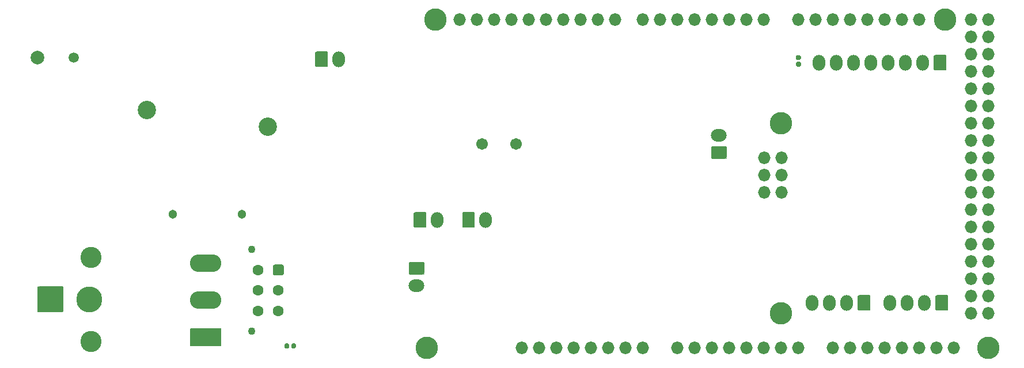
<source format=gbr>
G04 #@! TF.GenerationSoftware,KiCad,Pcbnew,(5.1.10)-1*
G04 #@! TF.CreationDate,2021-06-08T20:52:53+03:00*
G04 #@! TF.ProjectId,ScienceBoard-1,53636965-6e63-4654-926f-6172642d312e,rev?*
G04 #@! TF.SameCoordinates,Original*
G04 #@! TF.FileFunction,Soldermask,Bot*
G04 #@! TF.FilePolarity,Negative*
%FSLAX46Y46*%
G04 Gerber Fmt 4.6, Leading zero omitted, Abs format (unit mm)*
G04 Created by KiCad (PCBNEW (5.1.10)-1) date 2021-06-08 20:52:53*
%MOMM*%
%LPD*%
G01*
G04 APERTURE LIST*
%ADD10C,1.502000*%
%ADD11C,2.002000*%
%ADD12C,1.602000*%
%ADD13C,1.102000*%
%ADD14C,3.102000*%
%ADD15C,3.802000*%
%ADD16O,1.829200X1.829200*%
%ADD17C,3.302000*%
%ADD18O,1.842000X2.302000*%
%ADD19O,2.302000X1.842000*%
%ADD20O,4.602000X2.602000*%
%ADD21C,1.302000*%
%ADD22C,2.702000*%
%ADD23C,1.702000*%
%ADD24C,0.100000*%
G04 APERTURE END LIST*
D10*
X61398000Y-49530000D03*
D11*
X55998000Y-49530000D03*
D12*
X88440000Y-86772000D03*
X88440000Y-83772000D03*
X88440000Y-80772000D03*
X91440000Y-86772000D03*
X91440000Y-83772000D03*
G36*
G01*
X90906000Y-79971000D02*
X91974000Y-79971000D01*
G75*
G02*
X92241000Y-80238000I0J-267000D01*
G01*
X92241000Y-81306000D01*
G75*
G02*
X91974000Y-81573000I-267000J0D01*
G01*
X90906000Y-81573000D01*
G75*
G02*
X90639000Y-81306000I0J267000D01*
G01*
X90639000Y-80238000D01*
G75*
G02*
X90906000Y-79971000I267000J0D01*
G01*
G37*
D13*
X87500000Y-89772000D03*
X87500000Y-77772000D03*
D14*
X63937000Y-78920000D03*
X63937000Y-91260000D03*
D15*
X63612000Y-85090000D03*
G36*
G01*
X59556109Y-86991000D02*
X56267891Y-86991000D01*
G75*
G02*
X56011000Y-86734109I0J256891D01*
G01*
X56011000Y-83445891D01*
G75*
G02*
X56267891Y-83189000I256891J0D01*
G01*
X59556109Y-83189000D01*
G75*
G02*
X59813000Y-83445891I0J-256891D01*
G01*
X59813000Y-86734109D01*
G75*
G02*
X59556109Y-86991000I-256891J0D01*
G01*
G37*
G36*
G01*
X168092000Y-49899000D02*
X167696000Y-49899000D01*
G75*
G02*
X167523000Y-49726000I0J173000D01*
G01*
X167523000Y-49380000D01*
G75*
G02*
X167696000Y-49207000I173000J0D01*
G01*
X168092000Y-49207000D01*
G75*
G02*
X168265000Y-49380000I0J-173000D01*
G01*
X168265000Y-49726000D01*
G75*
G02*
X168092000Y-49899000I-173000J0D01*
G01*
G37*
G36*
G01*
X168092000Y-50869000D02*
X167696000Y-50869000D01*
G75*
G02*
X167523000Y-50696000I0J173000D01*
G01*
X167523000Y-50350000D01*
G75*
G02*
X167696000Y-50177000I173000J0D01*
G01*
X168092000Y-50177000D01*
G75*
G02*
X168265000Y-50350000I0J-173000D01*
G01*
X168265000Y-50696000D01*
G75*
G02*
X168092000Y-50869000I-173000J0D01*
G01*
G37*
D16*
X162912000Y-64300000D03*
X195805000Y-87160000D03*
X193265000Y-87160000D03*
X195805000Y-84620000D03*
X193265000Y-84620000D03*
X195805000Y-82080000D03*
X193265000Y-82080000D03*
X195805000Y-79540000D03*
X193265000Y-79540000D03*
X195805000Y-77000000D03*
X193265000Y-77000000D03*
X195805000Y-74460000D03*
X193265000Y-74460000D03*
X195805000Y-71920000D03*
X193265000Y-71920000D03*
X195805000Y-69380000D03*
X193265000Y-69380000D03*
X195805000Y-66840000D03*
X193265000Y-66840000D03*
X195805000Y-64300000D03*
X193265000Y-64300000D03*
X195805000Y-61760000D03*
X193265000Y-61760000D03*
X195805000Y-59220000D03*
X193265000Y-59220000D03*
X195805000Y-56680000D03*
X193265000Y-56680000D03*
X195805000Y-54140000D03*
X193265000Y-54140000D03*
X195805000Y-51600000D03*
X193265000Y-51600000D03*
X195805000Y-49060000D03*
X193265000Y-49060000D03*
X195805000Y-46520000D03*
X193265000Y-46520000D03*
X195805000Y-43980000D03*
X193265000Y-43980000D03*
X190725000Y-92240000D03*
X188185000Y-92240000D03*
X185645000Y-92240000D03*
X183105000Y-92240000D03*
X180565000Y-92240000D03*
X178025000Y-92240000D03*
X175485000Y-92240000D03*
X172945000Y-92240000D03*
X167865000Y-92240000D03*
X165325000Y-92240000D03*
X162785000Y-92240000D03*
X160245000Y-92240000D03*
X157705000Y-92240000D03*
X155165000Y-92240000D03*
X152625000Y-92240000D03*
X127225000Y-92240000D03*
X133321000Y-43980000D03*
X130781000Y-43980000D03*
X128241000Y-43980000D03*
X123161000Y-43980000D03*
X120621000Y-43980000D03*
X118081000Y-43980000D03*
D17*
X113255000Y-92240000D03*
X195805000Y-92240000D03*
X114525000Y-43980000D03*
X189455000Y-43980000D03*
X165325000Y-59220000D03*
X165325000Y-87160000D03*
D16*
X135861000Y-43980000D03*
X138401000Y-43980000D03*
X140941000Y-43980000D03*
X125701000Y-43980000D03*
X145005000Y-43980000D03*
X147545000Y-43980000D03*
X150085000Y-43980000D03*
X152625000Y-43980000D03*
X155165000Y-43980000D03*
X157705000Y-43980000D03*
X160245000Y-43980000D03*
X162785000Y-43980000D03*
X167865000Y-43980000D03*
X170405000Y-43980000D03*
X172945000Y-43980000D03*
X175485000Y-43980000D03*
X178025000Y-43980000D03*
X180565000Y-43980000D03*
X183105000Y-43980000D03*
X185645000Y-43980000D03*
X129765000Y-92240000D03*
X132305000Y-92240000D03*
X134845000Y-92240000D03*
X137385000Y-92240000D03*
X139925000Y-92240000D03*
X142465000Y-92240000D03*
X145005000Y-92240000D03*
X150085000Y-92240000D03*
X165452000Y-64300000D03*
X162912000Y-66840000D03*
X165452000Y-66840000D03*
X165452000Y-69380000D03*
X162912000Y-69380000D03*
D18*
X121938000Y-73406000D03*
G36*
G01*
X118477000Y-74292346D02*
X118477000Y-72519654D01*
G75*
G02*
X118741654Y-72255000I264654J0D01*
G01*
X120054346Y-72255000D01*
G75*
G02*
X120319000Y-72519654I0J-264654D01*
G01*
X120319000Y-74292346D01*
G75*
G02*
X120054346Y-74557000I-264654J0D01*
G01*
X118741654Y-74557000D01*
G75*
G02*
X118477000Y-74292346I0J264654D01*
G01*
G37*
X114808000Y-73406000D03*
G36*
G01*
X111347000Y-74292346D02*
X111347000Y-72519654D01*
G75*
G02*
X111611654Y-72255000I264654J0D01*
G01*
X112924346Y-72255000D01*
G75*
G02*
X113189000Y-72519654I0J-264654D01*
G01*
X113189000Y-74292346D01*
G75*
G02*
X112924346Y-74557000I-264654J0D01*
G01*
X111611654Y-74557000D01*
G75*
G02*
X111347000Y-74292346I0J264654D01*
G01*
G37*
D19*
X111760000Y-83058000D03*
G36*
G01*
X110873654Y-79597000D02*
X112646346Y-79597000D01*
G75*
G02*
X112911000Y-79861654I0J-264654D01*
G01*
X112911000Y-81174346D01*
G75*
G02*
X112646346Y-81439000I-264654J0D01*
G01*
X110873654Y-81439000D01*
G75*
G02*
X110609000Y-81174346I0J264654D01*
G01*
X110609000Y-79861654D01*
G75*
G02*
X110873654Y-79597000I264654J0D01*
G01*
G37*
G36*
G01*
X94026000Y-91750000D02*
X94026000Y-92146000D01*
G75*
G02*
X93853000Y-92319000I-173000J0D01*
G01*
X93507000Y-92319000D01*
G75*
G02*
X93334000Y-92146000I0J173000D01*
G01*
X93334000Y-91750000D01*
G75*
G02*
X93507000Y-91577000I173000J0D01*
G01*
X93853000Y-91577000D01*
G75*
G02*
X94026000Y-91750000I0J-173000D01*
G01*
G37*
G36*
G01*
X93056000Y-91750000D02*
X93056000Y-92146000D01*
G75*
G02*
X92883000Y-92319000I-173000J0D01*
G01*
X92537000Y-92319000D01*
G75*
G02*
X92364000Y-92146000I0J173000D01*
G01*
X92364000Y-91750000D01*
G75*
G02*
X92537000Y-91577000I173000J0D01*
G01*
X92883000Y-91577000D01*
G75*
G02*
X93056000Y-91750000I0J-173000D01*
G01*
G37*
D18*
X100330000Y-49784000D03*
G36*
G01*
X96869000Y-50670346D02*
X96869000Y-48897654D01*
G75*
G02*
X97133654Y-48633000I264654J0D01*
G01*
X98446346Y-48633000D01*
G75*
G02*
X98711000Y-48897654I0J-264654D01*
G01*
X98711000Y-50670346D01*
G75*
G02*
X98446346Y-50935000I-264654J0D01*
G01*
X97133654Y-50935000D01*
G75*
G02*
X96869000Y-50670346I0J264654D01*
G01*
G37*
D20*
X80772000Y-79778000D03*
X80772000Y-85228000D03*
G36*
G01*
X83022000Y-91979000D02*
X78522000Y-91979000D01*
G75*
G02*
X78471000Y-91928000I0J51000D01*
G01*
X78471000Y-89428000D01*
G75*
G02*
X78522000Y-89377000I51000J0D01*
G01*
X83022000Y-89377000D01*
G75*
G02*
X83073000Y-89428000I0J-51000D01*
G01*
X83073000Y-91928000D01*
G75*
G02*
X83022000Y-91979000I-51000J0D01*
G01*
G37*
D21*
X75896000Y-72542000D03*
D22*
X89896000Y-59742000D03*
X72096000Y-57242000D03*
D21*
X86096000Y-72542000D03*
D19*
X156210000Y-60960000D03*
G36*
G01*
X157096346Y-64421000D02*
X155323654Y-64421000D01*
G75*
G02*
X155059000Y-64156346I0J264654D01*
G01*
X155059000Y-62843654D01*
G75*
G02*
X155323654Y-62579000I264654J0D01*
G01*
X157096346Y-62579000D01*
G75*
G02*
X157361000Y-62843654I0J-264654D01*
G01*
X157361000Y-64156346D01*
G75*
G02*
X157096346Y-64421000I-264654J0D01*
G01*
G37*
D18*
X181356000Y-85598000D03*
X183896000Y-85598000D03*
X186436000Y-85598000D03*
G36*
G01*
X189897000Y-84711654D02*
X189897000Y-86484346D01*
G75*
G02*
X189632346Y-86749000I-264654J0D01*
G01*
X188319654Y-86749000D01*
G75*
G02*
X188055000Y-86484346I0J264654D01*
G01*
X188055000Y-84711654D01*
G75*
G02*
X188319654Y-84447000I264654J0D01*
G01*
X189632346Y-84447000D01*
G75*
G02*
X189897000Y-84711654I0J-264654D01*
G01*
G37*
X169926000Y-85598000D03*
X172466000Y-85598000D03*
X175006000Y-85598000D03*
G36*
G01*
X178467000Y-84711654D02*
X178467000Y-86484346D01*
G75*
G02*
X178202346Y-86749000I-264654J0D01*
G01*
X176889654Y-86749000D01*
G75*
G02*
X176625000Y-86484346I0J264654D01*
G01*
X176625000Y-84711654D01*
G75*
G02*
X176889654Y-84447000I264654J0D01*
G01*
X178202346Y-84447000D01*
G75*
G02*
X178467000Y-84711654I0J-264654D01*
G01*
G37*
X170942000Y-50292000D03*
X173482000Y-50292000D03*
X176022000Y-50292000D03*
X178562000Y-50292000D03*
X181102000Y-50292000D03*
X183642000Y-50292000D03*
X186182000Y-50292000D03*
G36*
G01*
X189643000Y-49405654D02*
X189643000Y-51178346D01*
G75*
G02*
X189378346Y-51443000I-264654J0D01*
G01*
X188065654Y-51443000D01*
G75*
G02*
X187801000Y-51178346I0J264654D01*
G01*
X187801000Y-49405654D01*
G75*
G02*
X188065654Y-49141000I264654J0D01*
G01*
X189378346Y-49141000D01*
G75*
G02*
X189643000Y-49405654I0J-264654D01*
G01*
G37*
D23*
X126412000Y-62230000D03*
X121412000Y-62230000D03*
D24*
G36*
X59814165Y-86732483D02*
G01*
X59815000Y-86734109D01*
X59815000Y-86836075D01*
X59814990Y-86836271D01*
X59811538Y-86871322D01*
X59811462Y-86871707D01*
X59803031Y-86899501D01*
X59802881Y-86899863D01*
X59789186Y-86925484D01*
X59788968Y-86925810D01*
X59770541Y-86948264D01*
X59770264Y-86948541D01*
X59747810Y-86966968D01*
X59747484Y-86967186D01*
X59721863Y-86980881D01*
X59721501Y-86981031D01*
X59693707Y-86989462D01*
X59693322Y-86989538D01*
X59658271Y-86992990D01*
X59658075Y-86993000D01*
X59556109Y-86993000D01*
X59554377Y-86992000D01*
X59554377Y-86990000D01*
X59555913Y-86989010D01*
X59605831Y-86984094D01*
X59653648Y-86969588D01*
X59697714Y-86946035D01*
X59736337Y-86914337D01*
X59768035Y-86875714D01*
X59791588Y-86831648D01*
X59806094Y-86783831D01*
X59811010Y-86733913D01*
X59812175Y-86732287D01*
X59814165Y-86732483D01*
G37*
G36*
X56012990Y-86733913D02*
G01*
X56017906Y-86783831D01*
X56032412Y-86831648D01*
X56055965Y-86875714D01*
X56087663Y-86914337D01*
X56126286Y-86946035D01*
X56170352Y-86969588D01*
X56218169Y-86984094D01*
X56268087Y-86989010D01*
X56269713Y-86990175D01*
X56269517Y-86992165D01*
X56267891Y-86993000D01*
X56165925Y-86993000D01*
X56165729Y-86992990D01*
X56130678Y-86989538D01*
X56130293Y-86989462D01*
X56102499Y-86981031D01*
X56102137Y-86980881D01*
X56076516Y-86967186D01*
X56076190Y-86966968D01*
X56053736Y-86948541D01*
X56053459Y-86948264D01*
X56035032Y-86925810D01*
X56034814Y-86925484D01*
X56021119Y-86899863D01*
X56020969Y-86899501D01*
X56012538Y-86871707D01*
X56012462Y-86871322D01*
X56009010Y-86836271D01*
X56009000Y-86836075D01*
X56009000Y-86734109D01*
X56010000Y-86732377D01*
X56012000Y-86732377D01*
X56012990Y-86733913D01*
G37*
G36*
X188056990Y-86484150D02*
G01*
X188062055Y-86535582D01*
X188077003Y-86584856D01*
X188101273Y-86630264D01*
X188133936Y-86670064D01*
X188173736Y-86702727D01*
X188219144Y-86726997D01*
X188268418Y-86741945D01*
X188319850Y-86747010D01*
X188321476Y-86748175D01*
X188321280Y-86750165D01*
X188319654Y-86751000D01*
X188236712Y-86751000D01*
X188236516Y-86750990D01*
X188196244Y-86747024D01*
X188195859Y-86746948D01*
X188163035Y-86736990D01*
X188162673Y-86736840D01*
X188132425Y-86720672D01*
X188132099Y-86720454D01*
X188105583Y-86698694D01*
X188105306Y-86698417D01*
X188083546Y-86671901D01*
X188083328Y-86671575D01*
X188067160Y-86641327D01*
X188067010Y-86640965D01*
X188057052Y-86608141D01*
X188056976Y-86607756D01*
X188053010Y-86567484D01*
X188053000Y-86567288D01*
X188053000Y-86484346D01*
X188054000Y-86482614D01*
X188056000Y-86482614D01*
X188056990Y-86484150D01*
G37*
G36*
X176626990Y-86484150D02*
G01*
X176632055Y-86535582D01*
X176647003Y-86584856D01*
X176671273Y-86630264D01*
X176703936Y-86670064D01*
X176743736Y-86702727D01*
X176789144Y-86726997D01*
X176838418Y-86741945D01*
X176889850Y-86747010D01*
X176891476Y-86748175D01*
X176891280Y-86750165D01*
X176889654Y-86751000D01*
X176806712Y-86751000D01*
X176806516Y-86750990D01*
X176766244Y-86747024D01*
X176765859Y-86746948D01*
X176733035Y-86736990D01*
X176732673Y-86736840D01*
X176702425Y-86720672D01*
X176702099Y-86720454D01*
X176675583Y-86698694D01*
X176675306Y-86698417D01*
X176653546Y-86671901D01*
X176653328Y-86671575D01*
X176637160Y-86641327D01*
X176637010Y-86640965D01*
X176627052Y-86608141D01*
X176626976Y-86607756D01*
X176623010Y-86567484D01*
X176623000Y-86567288D01*
X176623000Y-86484346D01*
X176624000Y-86482614D01*
X176626000Y-86482614D01*
X176626990Y-86484150D01*
G37*
G36*
X178468165Y-86482720D02*
G01*
X178469000Y-86484346D01*
X178469000Y-86567288D01*
X178468990Y-86567484D01*
X178465024Y-86607756D01*
X178464948Y-86608141D01*
X178454990Y-86640965D01*
X178454840Y-86641327D01*
X178438672Y-86671575D01*
X178438454Y-86671901D01*
X178416694Y-86698417D01*
X178416417Y-86698694D01*
X178389901Y-86720454D01*
X178389575Y-86720672D01*
X178359327Y-86736840D01*
X178358965Y-86736990D01*
X178326141Y-86746948D01*
X178325756Y-86747024D01*
X178285484Y-86750990D01*
X178285288Y-86751000D01*
X178202346Y-86751000D01*
X178200614Y-86750000D01*
X178200614Y-86748000D01*
X178202150Y-86747010D01*
X178253582Y-86741945D01*
X178302856Y-86726997D01*
X178348264Y-86702727D01*
X178388064Y-86670064D01*
X178420727Y-86630264D01*
X178444997Y-86584856D01*
X178459945Y-86535582D01*
X178465010Y-86484150D01*
X178466175Y-86482524D01*
X178468165Y-86482720D01*
G37*
G36*
X189898165Y-86482720D02*
G01*
X189899000Y-86484346D01*
X189899000Y-86567288D01*
X189898990Y-86567484D01*
X189895024Y-86607756D01*
X189894948Y-86608141D01*
X189884990Y-86640965D01*
X189884840Y-86641327D01*
X189868672Y-86671575D01*
X189868454Y-86671901D01*
X189846694Y-86698417D01*
X189846417Y-86698694D01*
X189819901Y-86720454D01*
X189819575Y-86720672D01*
X189789327Y-86736840D01*
X189788965Y-86736990D01*
X189756141Y-86746948D01*
X189755756Y-86747024D01*
X189715484Y-86750990D01*
X189715288Y-86751000D01*
X189632346Y-86751000D01*
X189630614Y-86750000D01*
X189630614Y-86748000D01*
X189632150Y-86747010D01*
X189683582Y-86741945D01*
X189732856Y-86726997D01*
X189778264Y-86702727D01*
X189818064Y-86670064D01*
X189850727Y-86630264D01*
X189874997Y-86584856D01*
X189889945Y-86535582D01*
X189895010Y-86484150D01*
X189896175Y-86482524D01*
X189898165Y-86482720D01*
G37*
G36*
X188321386Y-84446000D02*
G01*
X188321386Y-84448000D01*
X188319850Y-84448990D01*
X188268418Y-84454055D01*
X188219144Y-84469003D01*
X188173736Y-84493273D01*
X188133936Y-84525936D01*
X188101273Y-84565736D01*
X188077003Y-84611144D01*
X188062055Y-84660418D01*
X188056990Y-84711850D01*
X188055825Y-84713476D01*
X188053835Y-84713280D01*
X188053000Y-84711654D01*
X188053000Y-84628712D01*
X188053010Y-84628516D01*
X188056976Y-84588244D01*
X188057052Y-84587859D01*
X188067010Y-84555035D01*
X188067160Y-84554673D01*
X188083328Y-84524425D01*
X188083546Y-84524099D01*
X188105306Y-84497583D01*
X188105583Y-84497306D01*
X188132099Y-84475546D01*
X188132425Y-84475328D01*
X188162673Y-84459160D01*
X188163035Y-84459010D01*
X188195859Y-84449052D01*
X188196244Y-84448976D01*
X188236516Y-84445010D01*
X188236712Y-84445000D01*
X188319654Y-84445000D01*
X188321386Y-84446000D01*
G37*
G36*
X176891386Y-84446000D02*
G01*
X176891386Y-84448000D01*
X176889850Y-84448990D01*
X176838418Y-84454055D01*
X176789144Y-84469003D01*
X176743736Y-84493273D01*
X176703936Y-84525936D01*
X176671273Y-84565736D01*
X176647003Y-84611144D01*
X176632055Y-84660418D01*
X176626990Y-84711850D01*
X176625825Y-84713476D01*
X176623835Y-84713280D01*
X176623000Y-84711654D01*
X176623000Y-84628712D01*
X176623010Y-84628516D01*
X176626976Y-84588244D01*
X176627052Y-84587859D01*
X176637010Y-84555035D01*
X176637160Y-84554673D01*
X176653328Y-84524425D01*
X176653546Y-84524099D01*
X176675306Y-84497583D01*
X176675583Y-84497306D01*
X176702099Y-84475546D01*
X176702425Y-84475328D01*
X176732673Y-84459160D01*
X176733035Y-84459010D01*
X176765859Y-84449052D01*
X176766244Y-84448976D01*
X176806516Y-84445010D01*
X176806712Y-84445000D01*
X176889654Y-84445000D01*
X176891386Y-84446000D01*
G37*
G36*
X189715484Y-84445010D02*
G01*
X189755756Y-84448976D01*
X189756141Y-84449052D01*
X189788965Y-84459010D01*
X189789327Y-84459160D01*
X189819575Y-84475328D01*
X189819901Y-84475546D01*
X189846417Y-84497306D01*
X189846694Y-84497583D01*
X189868454Y-84524099D01*
X189868672Y-84524425D01*
X189884840Y-84554673D01*
X189884990Y-84555035D01*
X189894948Y-84587859D01*
X189895024Y-84588244D01*
X189898990Y-84628516D01*
X189899000Y-84628712D01*
X189899000Y-84711654D01*
X189898000Y-84713386D01*
X189896000Y-84713386D01*
X189895010Y-84711850D01*
X189889945Y-84660418D01*
X189874997Y-84611144D01*
X189850727Y-84565736D01*
X189818064Y-84525936D01*
X189778264Y-84493273D01*
X189732856Y-84469003D01*
X189683582Y-84454055D01*
X189632150Y-84448990D01*
X189630524Y-84447825D01*
X189630720Y-84445835D01*
X189632346Y-84445000D01*
X189715288Y-84445000D01*
X189715484Y-84445010D01*
G37*
G36*
X178285484Y-84445010D02*
G01*
X178325756Y-84448976D01*
X178326141Y-84449052D01*
X178358965Y-84459010D01*
X178359327Y-84459160D01*
X178389575Y-84475328D01*
X178389901Y-84475546D01*
X178416417Y-84497306D01*
X178416694Y-84497583D01*
X178438454Y-84524099D01*
X178438672Y-84524425D01*
X178454840Y-84554673D01*
X178454990Y-84555035D01*
X178464948Y-84587859D01*
X178465024Y-84588244D01*
X178468990Y-84628516D01*
X178469000Y-84628712D01*
X178469000Y-84711654D01*
X178468000Y-84713386D01*
X178466000Y-84713386D01*
X178465010Y-84711850D01*
X178459945Y-84660418D01*
X178444997Y-84611144D01*
X178420727Y-84565736D01*
X178388064Y-84525936D01*
X178348264Y-84493273D01*
X178302856Y-84469003D01*
X178253582Y-84454055D01*
X178202150Y-84448990D01*
X178200524Y-84447825D01*
X178200720Y-84445835D01*
X178202346Y-84445000D01*
X178285288Y-84445000D01*
X178285484Y-84445010D01*
G37*
G36*
X56269623Y-83188000D02*
G01*
X56269623Y-83190000D01*
X56268087Y-83190990D01*
X56218169Y-83195906D01*
X56170352Y-83210412D01*
X56126286Y-83233965D01*
X56087663Y-83265663D01*
X56055965Y-83304286D01*
X56032412Y-83348352D01*
X56017906Y-83396169D01*
X56012990Y-83446087D01*
X56011825Y-83447713D01*
X56009835Y-83447517D01*
X56009000Y-83445891D01*
X56009000Y-83343925D01*
X56009010Y-83343729D01*
X56012462Y-83308678D01*
X56012538Y-83308293D01*
X56020969Y-83280499D01*
X56021119Y-83280137D01*
X56034814Y-83254516D01*
X56035032Y-83254190D01*
X56053459Y-83231736D01*
X56053736Y-83231459D01*
X56076190Y-83213032D01*
X56076516Y-83212814D01*
X56102137Y-83199119D01*
X56102499Y-83198969D01*
X56130293Y-83190538D01*
X56130678Y-83190462D01*
X56165729Y-83187010D01*
X56165925Y-83187000D01*
X56267891Y-83187000D01*
X56269623Y-83188000D01*
G37*
G36*
X59658271Y-83187010D02*
G01*
X59693322Y-83190462D01*
X59693707Y-83190538D01*
X59721501Y-83198969D01*
X59721863Y-83199119D01*
X59747484Y-83212814D01*
X59747810Y-83213032D01*
X59770264Y-83231459D01*
X59770541Y-83231736D01*
X59788968Y-83254190D01*
X59789186Y-83254516D01*
X59802881Y-83280137D01*
X59803031Y-83280499D01*
X59811462Y-83308293D01*
X59811538Y-83308678D01*
X59814990Y-83343729D01*
X59815000Y-83343925D01*
X59815000Y-83445891D01*
X59814000Y-83447623D01*
X59812000Y-83447623D01*
X59811010Y-83446087D01*
X59806094Y-83396169D01*
X59791588Y-83348352D01*
X59768035Y-83304286D01*
X59736337Y-83265663D01*
X59697714Y-83233965D01*
X59653648Y-83210412D01*
X59605831Y-83195906D01*
X59555913Y-83190990D01*
X59554287Y-83189825D01*
X59554483Y-83187835D01*
X59556109Y-83187000D01*
X59658075Y-83187000D01*
X59658271Y-83187010D01*
G37*
G36*
X112912165Y-81172720D02*
G01*
X112913000Y-81174346D01*
X112913000Y-81257288D01*
X112912990Y-81257484D01*
X112909024Y-81297756D01*
X112908948Y-81298141D01*
X112898990Y-81330965D01*
X112898840Y-81331327D01*
X112882672Y-81361575D01*
X112882454Y-81361901D01*
X112860694Y-81388417D01*
X112860417Y-81388694D01*
X112833901Y-81410454D01*
X112833575Y-81410672D01*
X112803327Y-81426840D01*
X112802965Y-81426990D01*
X112770141Y-81436948D01*
X112769756Y-81437024D01*
X112729484Y-81440990D01*
X112729288Y-81441000D01*
X112646346Y-81441000D01*
X112644614Y-81440000D01*
X112644614Y-81438000D01*
X112646150Y-81437010D01*
X112697582Y-81431945D01*
X112746856Y-81416997D01*
X112792264Y-81392727D01*
X112832064Y-81360064D01*
X112864727Y-81320264D01*
X112888997Y-81274856D01*
X112903945Y-81225582D01*
X112909010Y-81174150D01*
X112910175Y-81172524D01*
X112912165Y-81172720D01*
G37*
G36*
X110610990Y-81174150D02*
G01*
X110616055Y-81225582D01*
X110631003Y-81274856D01*
X110655273Y-81320264D01*
X110687936Y-81360064D01*
X110727736Y-81392727D01*
X110773144Y-81416997D01*
X110822418Y-81431945D01*
X110873850Y-81437010D01*
X110875476Y-81438175D01*
X110875280Y-81440165D01*
X110873654Y-81441000D01*
X110790712Y-81441000D01*
X110790516Y-81440990D01*
X110750244Y-81437024D01*
X110749859Y-81436948D01*
X110717035Y-81426990D01*
X110716673Y-81426840D01*
X110686425Y-81410672D01*
X110686099Y-81410454D01*
X110659583Y-81388694D01*
X110659306Y-81388417D01*
X110637546Y-81361901D01*
X110637328Y-81361575D01*
X110621160Y-81331327D01*
X110621010Y-81330965D01*
X110611052Y-81298141D01*
X110610976Y-81297756D01*
X110607010Y-81257484D01*
X110607000Y-81257288D01*
X110607000Y-81174346D01*
X110608000Y-81172614D01*
X110610000Y-81172614D01*
X110610990Y-81174150D01*
G37*
G36*
X110875386Y-79596000D02*
G01*
X110875386Y-79598000D01*
X110873850Y-79598990D01*
X110822418Y-79604055D01*
X110773144Y-79619003D01*
X110727736Y-79643273D01*
X110687936Y-79675936D01*
X110655273Y-79715736D01*
X110631003Y-79761144D01*
X110616055Y-79810418D01*
X110610990Y-79861850D01*
X110609825Y-79863476D01*
X110607835Y-79863280D01*
X110607000Y-79861654D01*
X110607000Y-79778712D01*
X110607010Y-79778516D01*
X110610976Y-79738244D01*
X110611052Y-79737859D01*
X110621010Y-79705035D01*
X110621160Y-79704673D01*
X110637328Y-79674425D01*
X110637546Y-79674099D01*
X110659306Y-79647583D01*
X110659583Y-79647306D01*
X110686099Y-79625546D01*
X110686425Y-79625328D01*
X110716673Y-79609160D01*
X110717035Y-79609010D01*
X110749859Y-79599052D01*
X110750244Y-79598976D01*
X110790516Y-79595010D01*
X110790712Y-79595000D01*
X110873654Y-79595000D01*
X110875386Y-79596000D01*
G37*
G36*
X112729484Y-79595010D02*
G01*
X112769756Y-79598976D01*
X112770141Y-79599052D01*
X112802965Y-79609010D01*
X112803327Y-79609160D01*
X112833575Y-79625328D01*
X112833901Y-79625546D01*
X112860417Y-79647306D01*
X112860694Y-79647583D01*
X112882454Y-79674099D01*
X112882672Y-79674425D01*
X112898840Y-79704673D01*
X112898990Y-79705035D01*
X112908948Y-79737859D01*
X112909024Y-79738244D01*
X112912990Y-79778516D01*
X112913000Y-79778712D01*
X112913000Y-79861654D01*
X112912000Y-79863386D01*
X112910000Y-79863386D01*
X112909010Y-79861850D01*
X112903945Y-79810418D01*
X112888997Y-79761144D01*
X112864727Y-79715736D01*
X112832064Y-79675936D01*
X112792264Y-79643273D01*
X112746856Y-79619003D01*
X112697582Y-79604055D01*
X112646150Y-79598990D01*
X112644524Y-79597825D01*
X112644720Y-79595835D01*
X112646346Y-79595000D01*
X112729288Y-79595000D01*
X112729484Y-79595010D01*
G37*
G36*
X120320165Y-74290720D02*
G01*
X120321000Y-74292346D01*
X120321000Y-74375288D01*
X120320990Y-74375484D01*
X120317024Y-74415756D01*
X120316948Y-74416141D01*
X120306990Y-74448965D01*
X120306840Y-74449327D01*
X120290672Y-74479575D01*
X120290454Y-74479901D01*
X120268694Y-74506417D01*
X120268417Y-74506694D01*
X120241901Y-74528454D01*
X120241575Y-74528672D01*
X120211327Y-74544840D01*
X120210965Y-74544990D01*
X120178141Y-74554948D01*
X120177756Y-74555024D01*
X120137484Y-74558990D01*
X120137288Y-74559000D01*
X120054346Y-74559000D01*
X120052614Y-74558000D01*
X120052614Y-74556000D01*
X120054150Y-74555010D01*
X120105582Y-74549945D01*
X120154856Y-74534997D01*
X120200264Y-74510727D01*
X120240064Y-74478064D01*
X120272727Y-74438264D01*
X120296997Y-74392856D01*
X120311945Y-74343582D01*
X120317010Y-74292150D01*
X120318175Y-74290524D01*
X120320165Y-74290720D01*
G37*
G36*
X113190165Y-74290720D02*
G01*
X113191000Y-74292346D01*
X113191000Y-74375288D01*
X113190990Y-74375484D01*
X113187024Y-74415756D01*
X113186948Y-74416141D01*
X113176990Y-74448965D01*
X113176840Y-74449327D01*
X113160672Y-74479575D01*
X113160454Y-74479901D01*
X113138694Y-74506417D01*
X113138417Y-74506694D01*
X113111901Y-74528454D01*
X113111575Y-74528672D01*
X113081327Y-74544840D01*
X113080965Y-74544990D01*
X113048141Y-74554948D01*
X113047756Y-74555024D01*
X113007484Y-74558990D01*
X113007288Y-74559000D01*
X112924346Y-74559000D01*
X112922614Y-74558000D01*
X112922614Y-74556000D01*
X112924150Y-74555010D01*
X112975582Y-74549945D01*
X113024856Y-74534997D01*
X113070264Y-74510727D01*
X113110064Y-74478064D01*
X113142727Y-74438264D01*
X113166997Y-74392856D01*
X113181945Y-74343582D01*
X113187010Y-74292150D01*
X113188175Y-74290524D01*
X113190165Y-74290720D01*
G37*
G36*
X118478990Y-74292150D02*
G01*
X118484055Y-74343582D01*
X118499003Y-74392856D01*
X118523273Y-74438264D01*
X118555936Y-74478064D01*
X118595736Y-74510727D01*
X118641144Y-74534997D01*
X118690418Y-74549945D01*
X118741850Y-74555010D01*
X118743476Y-74556175D01*
X118743280Y-74558165D01*
X118741654Y-74559000D01*
X118658712Y-74559000D01*
X118658516Y-74558990D01*
X118618244Y-74555024D01*
X118617859Y-74554948D01*
X118585035Y-74544990D01*
X118584673Y-74544840D01*
X118554425Y-74528672D01*
X118554099Y-74528454D01*
X118527583Y-74506694D01*
X118527306Y-74506417D01*
X118505546Y-74479901D01*
X118505328Y-74479575D01*
X118489160Y-74449327D01*
X118489010Y-74448965D01*
X118479052Y-74416141D01*
X118478976Y-74415756D01*
X118475010Y-74375484D01*
X118475000Y-74375288D01*
X118475000Y-74292346D01*
X118476000Y-74290614D01*
X118478000Y-74290614D01*
X118478990Y-74292150D01*
G37*
G36*
X111348990Y-74292150D02*
G01*
X111354055Y-74343582D01*
X111369003Y-74392856D01*
X111393273Y-74438264D01*
X111425936Y-74478064D01*
X111465736Y-74510727D01*
X111511144Y-74534997D01*
X111560418Y-74549945D01*
X111611850Y-74555010D01*
X111613476Y-74556175D01*
X111613280Y-74558165D01*
X111611654Y-74559000D01*
X111528712Y-74559000D01*
X111528516Y-74558990D01*
X111488244Y-74555024D01*
X111487859Y-74554948D01*
X111455035Y-74544990D01*
X111454673Y-74544840D01*
X111424425Y-74528672D01*
X111424099Y-74528454D01*
X111397583Y-74506694D01*
X111397306Y-74506417D01*
X111375546Y-74479901D01*
X111375328Y-74479575D01*
X111359160Y-74449327D01*
X111359010Y-74448965D01*
X111349052Y-74416141D01*
X111348976Y-74415756D01*
X111345010Y-74375484D01*
X111345000Y-74375288D01*
X111345000Y-74292346D01*
X111346000Y-74290614D01*
X111348000Y-74290614D01*
X111348990Y-74292150D01*
G37*
G36*
X118743386Y-72254000D02*
G01*
X118743386Y-72256000D01*
X118741850Y-72256990D01*
X118690418Y-72262055D01*
X118641144Y-72277003D01*
X118595736Y-72301273D01*
X118555936Y-72333936D01*
X118523273Y-72373736D01*
X118499003Y-72419144D01*
X118484055Y-72468418D01*
X118478990Y-72519850D01*
X118477825Y-72521476D01*
X118475835Y-72521280D01*
X118475000Y-72519654D01*
X118475000Y-72436712D01*
X118475010Y-72436516D01*
X118478976Y-72396244D01*
X118479052Y-72395859D01*
X118489010Y-72363035D01*
X118489160Y-72362673D01*
X118505328Y-72332425D01*
X118505546Y-72332099D01*
X118527306Y-72305583D01*
X118527583Y-72305306D01*
X118554099Y-72283546D01*
X118554425Y-72283328D01*
X118584673Y-72267160D01*
X118585035Y-72267010D01*
X118617859Y-72257052D01*
X118618244Y-72256976D01*
X118658516Y-72253010D01*
X118658712Y-72253000D01*
X118741654Y-72253000D01*
X118743386Y-72254000D01*
G37*
G36*
X111613386Y-72254000D02*
G01*
X111613386Y-72256000D01*
X111611850Y-72256990D01*
X111560418Y-72262055D01*
X111511144Y-72277003D01*
X111465736Y-72301273D01*
X111425936Y-72333936D01*
X111393273Y-72373736D01*
X111369003Y-72419144D01*
X111354055Y-72468418D01*
X111348990Y-72519850D01*
X111347825Y-72521476D01*
X111345835Y-72521280D01*
X111345000Y-72519654D01*
X111345000Y-72436712D01*
X111345010Y-72436516D01*
X111348976Y-72396244D01*
X111349052Y-72395859D01*
X111359010Y-72363035D01*
X111359160Y-72362673D01*
X111375328Y-72332425D01*
X111375546Y-72332099D01*
X111397306Y-72305583D01*
X111397583Y-72305306D01*
X111424099Y-72283546D01*
X111424425Y-72283328D01*
X111454673Y-72267160D01*
X111455035Y-72267010D01*
X111487859Y-72257052D01*
X111488244Y-72256976D01*
X111528516Y-72253010D01*
X111528712Y-72253000D01*
X111611654Y-72253000D01*
X111613386Y-72254000D01*
G37*
G36*
X120137484Y-72253010D02*
G01*
X120177756Y-72256976D01*
X120178141Y-72257052D01*
X120210965Y-72267010D01*
X120211327Y-72267160D01*
X120241575Y-72283328D01*
X120241901Y-72283546D01*
X120268417Y-72305306D01*
X120268694Y-72305583D01*
X120290454Y-72332099D01*
X120290672Y-72332425D01*
X120306840Y-72362673D01*
X120306990Y-72363035D01*
X120316948Y-72395859D01*
X120317024Y-72396244D01*
X120320990Y-72436516D01*
X120321000Y-72436712D01*
X120321000Y-72519654D01*
X120320000Y-72521386D01*
X120318000Y-72521386D01*
X120317010Y-72519850D01*
X120311945Y-72468418D01*
X120296997Y-72419144D01*
X120272727Y-72373736D01*
X120240064Y-72333936D01*
X120200264Y-72301273D01*
X120154856Y-72277003D01*
X120105582Y-72262055D01*
X120054150Y-72256990D01*
X120052524Y-72255825D01*
X120052720Y-72253835D01*
X120054346Y-72253000D01*
X120137288Y-72253000D01*
X120137484Y-72253010D01*
G37*
G36*
X113007484Y-72253010D02*
G01*
X113047756Y-72256976D01*
X113048141Y-72257052D01*
X113080965Y-72267010D01*
X113081327Y-72267160D01*
X113111575Y-72283328D01*
X113111901Y-72283546D01*
X113138417Y-72305306D01*
X113138694Y-72305583D01*
X113160454Y-72332099D01*
X113160672Y-72332425D01*
X113176840Y-72362673D01*
X113176990Y-72363035D01*
X113186948Y-72395859D01*
X113187024Y-72396244D01*
X113190990Y-72436516D01*
X113191000Y-72436712D01*
X113191000Y-72519654D01*
X113190000Y-72521386D01*
X113188000Y-72521386D01*
X113187010Y-72519850D01*
X113181945Y-72468418D01*
X113166997Y-72419144D01*
X113142727Y-72373736D01*
X113110064Y-72333936D01*
X113070264Y-72301273D01*
X113024856Y-72277003D01*
X112975582Y-72262055D01*
X112924150Y-72256990D01*
X112922524Y-72255825D01*
X112922720Y-72253835D01*
X112924346Y-72253000D01*
X113007288Y-72253000D01*
X113007484Y-72253010D01*
G37*
G36*
X157362165Y-64154720D02*
G01*
X157363000Y-64156346D01*
X157363000Y-64239288D01*
X157362990Y-64239484D01*
X157359024Y-64279756D01*
X157358948Y-64280141D01*
X157348990Y-64312965D01*
X157348840Y-64313327D01*
X157332672Y-64343575D01*
X157332454Y-64343901D01*
X157310694Y-64370417D01*
X157310417Y-64370694D01*
X157283901Y-64392454D01*
X157283575Y-64392672D01*
X157253327Y-64408840D01*
X157252965Y-64408990D01*
X157220141Y-64418948D01*
X157219756Y-64419024D01*
X157179484Y-64422990D01*
X157179288Y-64423000D01*
X157096346Y-64423000D01*
X157094614Y-64422000D01*
X157094614Y-64420000D01*
X157096150Y-64419010D01*
X157147582Y-64413945D01*
X157196856Y-64398997D01*
X157242264Y-64374727D01*
X157282064Y-64342064D01*
X157314727Y-64302264D01*
X157338997Y-64256856D01*
X157353945Y-64207582D01*
X157359010Y-64156150D01*
X157360175Y-64154524D01*
X157362165Y-64154720D01*
G37*
G36*
X155060990Y-64156150D02*
G01*
X155066055Y-64207582D01*
X155081003Y-64256856D01*
X155105273Y-64302264D01*
X155137936Y-64342064D01*
X155177736Y-64374727D01*
X155223144Y-64398997D01*
X155272418Y-64413945D01*
X155323850Y-64419010D01*
X155325476Y-64420175D01*
X155325280Y-64422165D01*
X155323654Y-64423000D01*
X155240712Y-64423000D01*
X155240516Y-64422990D01*
X155200244Y-64419024D01*
X155199859Y-64418948D01*
X155167035Y-64408990D01*
X155166673Y-64408840D01*
X155136425Y-64392672D01*
X155136099Y-64392454D01*
X155109583Y-64370694D01*
X155109306Y-64370417D01*
X155087546Y-64343901D01*
X155087328Y-64343575D01*
X155071160Y-64313327D01*
X155071010Y-64312965D01*
X155061052Y-64280141D01*
X155060976Y-64279756D01*
X155057010Y-64239484D01*
X155057000Y-64239288D01*
X155057000Y-64156346D01*
X155058000Y-64154614D01*
X155060000Y-64154614D01*
X155060990Y-64156150D01*
G37*
G36*
X155325386Y-62578000D02*
G01*
X155325386Y-62580000D01*
X155323850Y-62580990D01*
X155272418Y-62586055D01*
X155223144Y-62601003D01*
X155177736Y-62625273D01*
X155137936Y-62657936D01*
X155105273Y-62697736D01*
X155081003Y-62743144D01*
X155066055Y-62792418D01*
X155060990Y-62843850D01*
X155059825Y-62845476D01*
X155057835Y-62845280D01*
X155057000Y-62843654D01*
X155057000Y-62760712D01*
X155057010Y-62760516D01*
X155060976Y-62720244D01*
X155061052Y-62719859D01*
X155071010Y-62687035D01*
X155071160Y-62686673D01*
X155087328Y-62656425D01*
X155087546Y-62656099D01*
X155109306Y-62629583D01*
X155109583Y-62629306D01*
X155136099Y-62607546D01*
X155136425Y-62607328D01*
X155166673Y-62591160D01*
X155167035Y-62591010D01*
X155199859Y-62581052D01*
X155200244Y-62580976D01*
X155240516Y-62577010D01*
X155240712Y-62577000D01*
X155323654Y-62577000D01*
X155325386Y-62578000D01*
G37*
G36*
X157179484Y-62577010D02*
G01*
X157219756Y-62580976D01*
X157220141Y-62581052D01*
X157252965Y-62591010D01*
X157253327Y-62591160D01*
X157283575Y-62607328D01*
X157283901Y-62607546D01*
X157310417Y-62629306D01*
X157310694Y-62629583D01*
X157332454Y-62656099D01*
X157332672Y-62656425D01*
X157348840Y-62686673D01*
X157348990Y-62687035D01*
X157358948Y-62719859D01*
X157359024Y-62720244D01*
X157362990Y-62760516D01*
X157363000Y-62760712D01*
X157363000Y-62843654D01*
X157362000Y-62845386D01*
X157360000Y-62845386D01*
X157359010Y-62843850D01*
X157353945Y-62792418D01*
X157338997Y-62743144D01*
X157314727Y-62697736D01*
X157282064Y-62657936D01*
X157242264Y-62625273D01*
X157196856Y-62601003D01*
X157147582Y-62586055D01*
X157096150Y-62580990D01*
X157094524Y-62579825D01*
X157094720Y-62577835D01*
X157096346Y-62577000D01*
X157179288Y-62577000D01*
X157179484Y-62577010D01*
G37*
G36*
X189644165Y-51176720D02*
G01*
X189645000Y-51178346D01*
X189645000Y-51261288D01*
X189644990Y-51261484D01*
X189641024Y-51301756D01*
X189640948Y-51302141D01*
X189630990Y-51334965D01*
X189630840Y-51335327D01*
X189614672Y-51365575D01*
X189614454Y-51365901D01*
X189592694Y-51392417D01*
X189592417Y-51392694D01*
X189565901Y-51414454D01*
X189565575Y-51414672D01*
X189535327Y-51430840D01*
X189534965Y-51430990D01*
X189502141Y-51440948D01*
X189501756Y-51441024D01*
X189461484Y-51444990D01*
X189461288Y-51445000D01*
X189378346Y-51445000D01*
X189376614Y-51444000D01*
X189376614Y-51442000D01*
X189378150Y-51441010D01*
X189429582Y-51435945D01*
X189478856Y-51420997D01*
X189524264Y-51396727D01*
X189564064Y-51364064D01*
X189596727Y-51324264D01*
X189620997Y-51278856D01*
X189635945Y-51229582D01*
X189641010Y-51178150D01*
X189642175Y-51176524D01*
X189644165Y-51176720D01*
G37*
G36*
X187802990Y-51178150D02*
G01*
X187808055Y-51229582D01*
X187823003Y-51278856D01*
X187847273Y-51324264D01*
X187879936Y-51364064D01*
X187919736Y-51396727D01*
X187965144Y-51420997D01*
X188014418Y-51435945D01*
X188065850Y-51441010D01*
X188067476Y-51442175D01*
X188067280Y-51444165D01*
X188065654Y-51445000D01*
X187982712Y-51445000D01*
X187982516Y-51444990D01*
X187942244Y-51441024D01*
X187941859Y-51440948D01*
X187909035Y-51430990D01*
X187908673Y-51430840D01*
X187878425Y-51414672D01*
X187878099Y-51414454D01*
X187851583Y-51392694D01*
X187851306Y-51392417D01*
X187829546Y-51365901D01*
X187829328Y-51365575D01*
X187813160Y-51335327D01*
X187813010Y-51334965D01*
X187803052Y-51302141D01*
X187802976Y-51301756D01*
X187799010Y-51261484D01*
X187799000Y-51261288D01*
X187799000Y-51178346D01*
X187800000Y-51176614D01*
X187802000Y-51176614D01*
X187802990Y-51178150D01*
G37*
G36*
X96870990Y-50670150D02*
G01*
X96876055Y-50721582D01*
X96891003Y-50770856D01*
X96915273Y-50816264D01*
X96947936Y-50856064D01*
X96987736Y-50888727D01*
X97033144Y-50912997D01*
X97082418Y-50927945D01*
X97133850Y-50933010D01*
X97135476Y-50934175D01*
X97135280Y-50936165D01*
X97133654Y-50937000D01*
X97050712Y-50937000D01*
X97050516Y-50936990D01*
X97010244Y-50933024D01*
X97009859Y-50932948D01*
X96977035Y-50922990D01*
X96976673Y-50922840D01*
X96946425Y-50906672D01*
X96946099Y-50906454D01*
X96919583Y-50884694D01*
X96919306Y-50884417D01*
X96897546Y-50857901D01*
X96897328Y-50857575D01*
X96881160Y-50827327D01*
X96881010Y-50826965D01*
X96871052Y-50794141D01*
X96870976Y-50793756D01*
X96867010Y-50753484D01*
X96867000Y-50753288D01*
X96867000Y-50670346D01*
X96868000Y-50668614D01*
X96870000Y-50668614D01*
X96870990Y-50670150D01*
G37*
G36*
X98712165Y-50668720D02*
G01*
X98713000Y-50670346D01*
X98713000Y-50753288D01*
X98712990Y-50753484D01*
X98709024Y-50793756D01*
X98708948Y-50794141D01*
X98698990Y-50826965D01*
X98698840Y-50827327D01*
X98682672Y-50857575D01*
X98682454Y-50857901D01*
X98660694Y-50884417D01*
X98660417Y-50884694D01*
X98633901Y-50906454D01*
X98633575Y-50906672D01*
X98603327Y-50922840D01*
X98602965Y-50922990D01*
X98570141Y-50932948D01*
X98569756Y-50933024D01*
X98529484Y-50936990D01*
X98529288Y-50937000D01*
X98446346Y-50937000D01*
X98444614Y-50936000D01*
X98444614Y-50934000D01*
X98446150Y-50933010D01*
X98497582Y-50927945D01*
X98546856Y-50912997D01*
X98592264Y-50888727D01*
X98632064Y-50856064D01*
X98664727Y-50816264D01*
X98688997Y-50770856D01*
X98703945Y-50721582D01*
X98709010Y-50670150D01*
X98710175Y-50668524D01*
X98712165Y-50668720D01*
G37*
G36*
X188067386Y-49140000D02*
G01*
X188067386Y-49142000D01*
X188065850Y-49142990D01*
X188014418Y-49148055D01*
X187965144Y-49163003D01*
X187919736Y-49187273D01*
X187879936Y-49219936D01*
X187847273Y-49259736D01*
X187823003Y-49305144D01*
X187808055Y-49354418D01*
X187802990Y-49405850D01*
X187801825Y-49407476D01*
X187799835Y-49407280D01*
X187799000Y-49405654D01*
X187799000Y-49322712D01*
X187799010Y-49322516D01*
X187802976Y-49282244D01*
X187803052Y-49281859D01*
X187813010Y-49249035D01*
X187813160Y-49248673D01*
X187829328Y-49218425D01*
X187829546Y-49218099D01*
X187851306Y-49191583D01*
X187851583Y-49191306D01*
X187878099Y-49169546D01*
X187878425Y-49169328D01*
X187908673Y-49153160D01*
X187909035Y-49153010D01*
X187941859Y-49143052D01*
X187942244Y-49142976D01*
X187982516Y-49139010D01*
X187982712Y-49139000D01*
X188065654Y-49139000D01*
X188067386Y-49140000D01*
G37*
G36*
X189461484Y-49139010D02*
G01*
X189501756Y-49142976D01*
X189502141Y-49143052D01*
X189534965Y-49153010D01*
X189535327Y-49153160D01*
X189565575Y-49169328D01*
X189565901Y-49169546D01*
X189592417Y-49191306D01*
X189592694Y-49191583D01*
X189614454Y-49218099D01*
X189614672Y-49218425D01*
X189630840Y-49248673D01*
X189630990Y-49249035D01*
X189640948Y-49281859D01*
X189641024Y-49282244D01*
X189644990Y-49322516D01*
X189645000Y-49322712D01*
X189645000Y-49405654D01*
X189644000Y-49407386D01*
X189642000Y-49407386D01*
X189641010Y-49405850D01*
X189635945Y-49354418D01*
X189620997Y-49305144D01*
X189596727Y-49259736D01*
X189564064Y-49219936D01*
X189524264Y-49187273D01*
X189478856Y-49163003D01*
X189429582Y-49148055D01*
X189378150Y-49142990D01*
X189376524Y-49141825D01*
X189376720Y-49139835D01*
X189378346Y-49139000D01*
X189461288Y-49139000D01*
X189461484Y-49139010D01*
G37*
G36*
X97135386Y-48632000D02*
G01*
X97135386Y-48634000D01*
X97133850Y-48634990D01*
X97082418Y-48640055D01*
X97033144Y-48655003D01*
X96987736Y-48679273D01*
X96947936Y-48711936D01*
X96915273Y-48751736D01*
X96891003Y-48797144D01*
X96876055Y-48846418D01*
X96870990Y-48897850D01*
X96869825Y-48899476D01*
X96867835Y-48899280D01*
X96867000Y-48897654D01*
X96867000Y-48814712D01*
X96867010Y-48814516D01*
X96870976Y-48774244D01*
X96871052Y-48773859D01*
X96881010Y-48741035D01*
X96881160Y-48740673D01*
X96897328Y-48710425D01*
X96897546Y-48710099D01*
X96919306Y-48683583D01*
X96919583Y-48683306D01*
X96946099Y-48661546D01*
X96946425Y-48661328D01*
X96976673Y-48645160D01*
X96977035Y-48645010D01*
X97009859Y-48635052D01*
X97010244Y-48634976D01*
X97050516Y-48631010D01*
X97050712Y-48631000D01*
X97133654Y-48631000D01*
X97135386Y-48632000D01*
G37*
G36*
X98529484Y-48631010D02*
G01*
X98569756Y-48634976D01*
X98570141Y-48635052D01*
X98602965Y-48645010D01*
X98603327Y-48645160D01*
X98633575Y-48661328D01*
X98633901Y-48661546D01*
X98660417Y-48683306D01*
X98660694Y-48683583D01*
X98682454Y-48710099D01*
X98682672Y-48710425D01*
X98698840Y-48740673D01*
X98698990Y-48741035D01*
X98708948Y-48773859D01*
X98709024Y-48774244D01*
X98712990Y-48814516D01*
X98713000Y-48814712D01*
X98713000Y-48897654D01*
X98712000Y-48899386D01*
X98710000Y-48899386D01*
X98709010Y-48897850D01*
X98703945Y-48846418D01*
X98688997Y-48797144D01*
X98664727Y-48751736D01*
X98632064Y-48711936D01*
X98592264Y-48679273D01*
X98546856Y-48655003D01*
X98497582Y-48640055D01*
X98446150Y-48634990D01*
X98444524Y-48633825D01*
X98444720Y-48631835D01*
X98446346Y-48631000D01*
X98529288Y-48631000D01*
X98529484Y-48631010D01*
G37*
M02*

</source>
